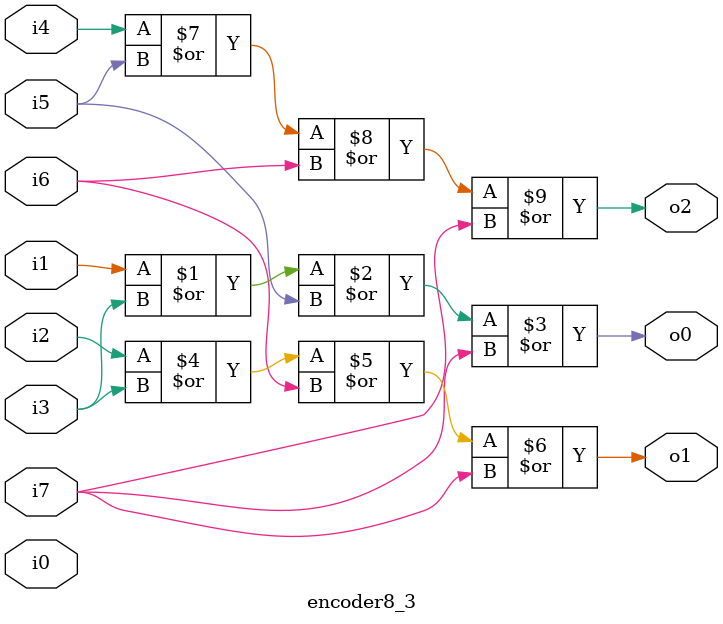
<source format=sv>

module encoder8_3
  (output logic o2,o1,o0,
   input logic i7, i6, i5, i4, i3, i2, i1, i0);
   
  or gate0 (o0, i1, i3, i5, i7), gate1 (o1, i2, i3, i6, i7), gate2 (o2, i4, i5, i6, i7);

endmodule
</source>
